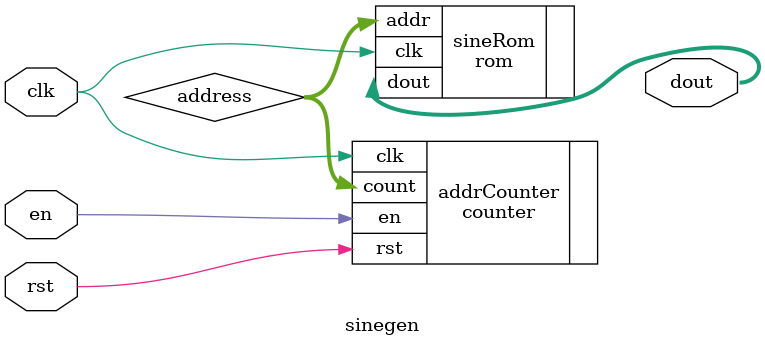
<source format=sv>
module sinegen#(
    parameter A_WIDTH = 8,
              D_WIDTH = 8
)(
    //signals
    input logic         clk,
    input logic         rst,
    input logic         en,
    output logic [D_WIDTH-1:0] dout
);

    logic [A_WIDTH-1:0]     address;

counter addrCounter (
    .clk(clk),
    .rst (rst),
    .en (en),
    .count (address)
);

rom sineRom (
    .clk (clk),
    .addr (address),
    .dout (dout)
);

endmodule

</source>
